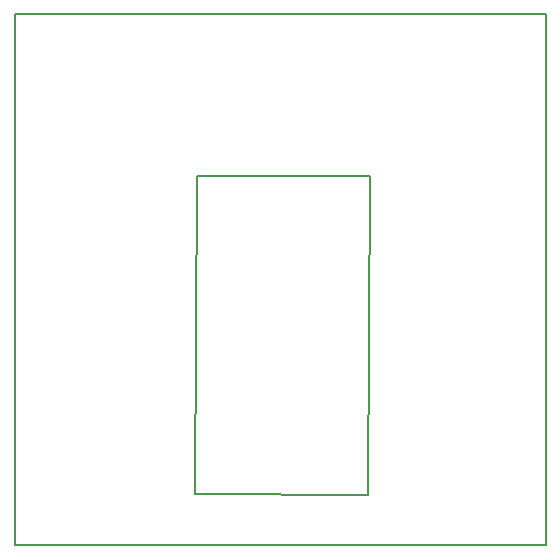
<source format=gm1>
G04 MADE WITH FRITZING*
G04 WWW.FRITZING.ORG*
G04 DOUBLE SIDED*
G04 HOLES PLATED*
G04 CONTOUR ON CENTER OF CONTOUR VECTOR*
%ASAXBY*%
%FSLAX23Y23*%
%MOIN*%
%OFA0B0*%
%SFA1.0B1.0*%
%ADD10C,0.003906*%
%ADD10C,0.008*%
%LNCONTOUR*%
G90*
G70*
G54D10*
G54D10*
X0Y1772D02*
X0Y1D01*
X1771Y1D01*
X1771Y1772D01*
X0Y1772D01*
D02*
X1177Y168D02*
X603Y172D01*
X609Y1234D01*
X1185Y1231D01*
X1177Y168D01*
D02*
G04 End of contour*
M02*
</source>
